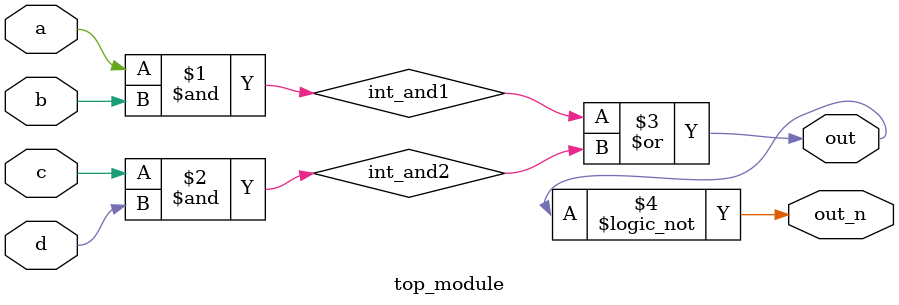
<source format=v>
/**
 * Implement the following circuit. Create two intermediate wires (named anything you want) to connect the AND and OR gates together. Note that the wire that feeds the NOT gate is really wire out, so you do not necessarily need to declare a third wire here. Notice how wires are driven by exactly one source (output of a gate), but can feed multiple inputs.
 */

`default_nettype none
module top_module(
    input a,
    input b,
    input c,
    input d,
    output out,
    output out_n   ); 

	// internal wire declare
	wire int_and1, int_and2;
	
	// wire logic
	assign int_and1 = a & b;
	assign int_and2 = c & d;
	
	// out logic
	assign out = int_and1 | int_and2;
	assign out_n = !out;
	
endmodule

</source>
